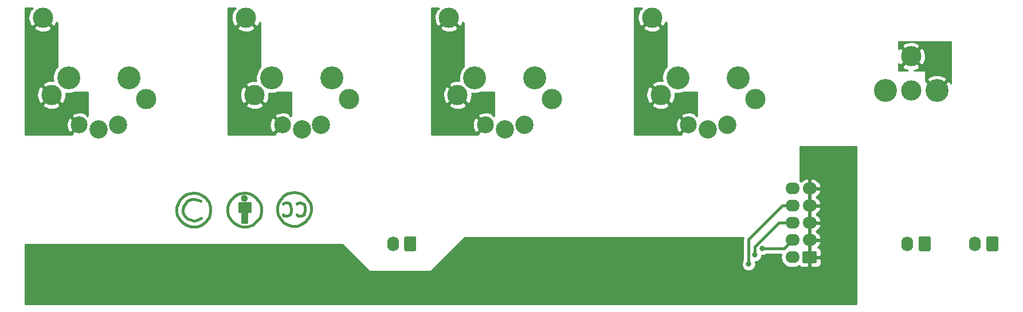
<source format=gbr>
G04 #@! TF.GenerationSoftware,KiCad,Pcbnew,5.1.4*
G04 #@! TF.CreationDate,2019-10-13T19:20:11-04:00*
G04 #@! TF.ProjectId,input_output_board,696e7075-745f-46f7-9574-7075745f626f,1*
G04 #@! TF.SameCoordinates,Original*
G04 #@! TF.FileFunction,Copper,L2,Bot*
G04 #@! TF.FilePolarity,Positive*
%FSLAX46Y46*%
G04 Gerber Fmt 4.6, Leading zero omitted, Abs format (unit mm)*
G04 Created by KiCad (PCBNEW 5.1.4) date 2019-10-13 19:20:11*
%MOMM*%
%LPD*%
G04 APERTURE LIST*
%ADD10C,0.381000*%
%ADD11C,3.000000*%
%ADD12C,3.400000*%
%ADD13C,2.700000*%
%ADD14C,2.500000*%
%ADD15O,1.740000X2.200000*%
%ADD16C,0.100000*%
%ADD17C,1.740000*%
%ADD18O,2.140000X1.740000*%
%ADD19C,0.800000*%
%ADD20C,0.406400*%
%ADD21C,0.254000*%
G04 APERTURE END LIST*
D10*
X84900560Y-132599700D02*
X85500000Y-132500640D01*
X84499240Y-132698760D02*
X84900560Y-132599700D01*
X83998860Y-133001020D02*
X84499240Y-132698760D01*
X83501020Y-133498860D02*
X83998860Y-133001020D01*
X83198760Y-133999240D02*
X83501020Y-133498860D01*
X83000640Y-134601220D02*
X83198760Y-133999240D01*
X83000640Y-135200660D02*
X83000640Y-134601220D01*
X83099700Y-135800100D02*
X83000640Y-135200660D01*
X83501020Y-136501140D02*
X83099700Y-135800100D01*
X83998860Y-136998980D02*
X83501020Y-136501140D01*
X84600840Y-137301240D02*
X83998860Y-136998980D01*
X85200280Y-137499360D02*
X84600840Y-137301240D01*
X86000380Y-137499360D02*
X85200280Y-137499360D01*
X86698880Y-137199640D02*
X86000380Y-137499360D01*
X87199260Y-136800860D02*
X86698880Y-137199640D01*
X87801240Y-136099820D02*
X87199260Y-136800860D01*
X87999360Y-135299720D02*
X87801240Y-136099820D01*
X87999360Y-134700280D02*
X87999360Y-135299720D01*
X87900300Y-134199900D02*
X87999360Y-134700280D01*
X87699640Y-133801120D02*
X87900300Y-134199900D01*
X87199260Y-133199140D02*
X87699640Y-133801120D01*
X86698880Y-132800360D02*
X87199260Y-133199140D01*
X86201040Y-132599700D02*
X86698880Y-132800360D01*
X85599060Y-132500640D02*
X86201040Y-132599700D01*
X85500000Y-132500640D02*
X85599060Y-132500640D01*
X85815666Y-133300740D02*
G75*
G03X85815666Y-133300740I-315666J0D01*
G01*
X86300100Y-135200660D02*
X86300100Y-133999240D01*
X84798960Y-135200660D02*
X86300100Y-135200660D01*
X84798960Y-133999240D02*
X84798960Y-135200660D01*
X86300100Y-133999240D02*
X84798960Y-133999240D01*
X85799720Y-136800860D02*
X85299340Y-136800860D01*
X85799720Y-135299720D02*
X85799720Y-136800860D01*
X85200280Y-136800860D02*
X85200280Y-135200660D01*
X85400940Y-136800860D02*
X85200280Y-136800860D01*
X85500000Y-135299720D02*
X85500000Y-136600200D01*
X86300100Y-134900940D02*
X84999620Y-134900940D01*
X84999620Y-134601220D02*
X86201040Y-134601220D01*
X86201040Y-134298960D02*
X84900560Y-134298960D01*
X85500000Y-133100080D02*
X85500000Y-133498860D01*
X77400560Y-132599700D02*
X78000000Y-132500640D01*
X76999240Y-132698760D02*
X77400560Y-132599700D01*
X76498860Y-133001020D02*
X76999240Y-132698760D01*
X76001020Y-133498860D02*
X76498860Y-133001020D01*
X75698760Y-133999240D02*
X76001020Y-133498860D01*
X75500640Y-134601220D02*
X75698760Y-133999240D01*
X75500640Y-135200660D02*
X75500640Y-134601220D01*
X75599700Y-135800100D02*
X75500640Y-135200660D01*
X76001020Y-136501140D02*
X75599700Y-135800100D01*
X76498860Y-136998980D02*
X76001020Y-136501140D01*
X77100840Y-137301240D02*
X76498860Y-136998980D01*
X77700280Y-137499360D02*
X77100840Y-137301240D01*
X78500380Y-137499360D02*
X77700280Y-137499360D01*
X79198880Y-137199640D02*
X78500380Y-137499360D01*
X79699260Y-136800860D02*
X79198880Y-137199640D01*
X80301240Y-136099820D02*
X79699260Y-136800860D01*
X80499360Y-135299720D02*
X80301240Y-136099820D01*
X80499360Y-134700280D02*
X80499360Y-135299720D01*
X80400300Y-134199900D02*
X80499360Y-134700280D01*
X80199640Y-133801120D02*
X80400300Y-134199900D01*
X79699260Y-133199140D02*
X80199640Y-133801120D01*
X79198880Y-132800360D02*
X79699260Y-133199140D01*
X78701040Y-132599700D02*
X79198880Y-132800360D01*
X78099060Y-132500640D02*
X78701040Y-132599700D01*
X78000000Y-132500640D02*
X78099060Y-132500640D01*
X78500380Y-133498860D02*
X79000760Y-133699520D01*
X78099060Y-133399800D02*
X78500380Y-133498860D01*
X77700280Y-133399800D02*
X78099060Y-133399800D01*
X77100840Y-133699520D02*
X77700280Y-133399800D01*
X76801120Y-133999240D02*
X77100840Y-133699520D01*
X76498860Y-134499620D02*
X76801120Y-133999240D01*
X76399800Y-135000000D02*
X76498860Y-134499620D01*
X76399800Y-135398780D02*
X76399800Y-135000000D01*
X76699520Y-135899160D02*
X76399800Y-135398780D01*
X77100840Y-136300480D02*
X76699520Y-135899160D01*
X77601220Y-136501140D02*
X77100840Y-136300480D01*
X78099060Y-136600200D02*
X77601220Y-136501140D01*
X78599440Y-136501140D02*
X78099060Y-136600200D01*
X79099820Y-136198880D02*
X78599440Y-136501140D01*
X92250560Y-132499700D02*
X92850000Y-132400640D01*
X91849240Y-132598760D02*
X92250560Y-132499700D01*
X91348860Y-132901020D02*
X91849240Y-132598760D01*
X90851020Y-133398860D02*
X91348860Y-132901020D01*
X90548760Y-133899240D02*
X90851020Y-133398860D01*
X90350640Y-134501220D02*
X90548760Y-133899240D01*
X90350640Y-135100660D02*
X90350640Y-134501220D01*
X90449700Y-135700100D02*
X90350640Y-135100660D01*
X90851020Y-136401140D02*
X90449700Y-135700100D01*
X91348860Y-136898980D02*
X90851020Y-136401140D01*
X91950840Y-137201240D02*
X91348860Y-136898980D01*
X92550280Y-137399360D02*
X91950840Y-137201240D01*
X93350380Y-137399360D02*
X92550280Y-137399360D01*
X94048880Y-137099640D02*
X93350380Y-137399360D01*
X94549260Y-136700860D02*
X94048880Y-137099640D01*
X95151240Y-135999820D02*
X94549260Y-136700860D01*
X95349360Y-135199720D02*
X95151240Y-135999820D01*
X95349360Y-134600280D02*
X95349360Y-135199720D01*
X95250300Y-134099900D02*
X95349360Y-134600280D01*
X95049640Y-133701120D02*
X95250300Y-134099900D01*
X94549260Y-133099140D02*
X95049640Y-133701120D01*
X94048880Y-132700360D02*
X94549260Y-133099140D01*
X93551040Y-132499700D02*
X94048880Y-132700360D01*
X92949060Y-132400640D02*
X93551040Y-132499700D01*
X92850000Y-132400640D02*
X92949060Y-132400640D01*
X93449440Y-135900760D02*
X93248780Y-135700100D01*
X93850760Y-135900760D02*
X93449440Y-135900760D01*
X94150480Y-135799160D02*
X93850760Y-135900760D01*
X94351140Y-135499440D02*
X94150480Y-135799160D01*
X94450200Y-134999060D02*
X94351140Y-135499440D01*
X94450200Y-134600280D02*
X94450200Y-134999060D01*
X94351140Y-134198960D02*
X94450200Y-134600280D01*
X94048880Y-134000840D02*
X94351140Y-134198960D01*
X93650100Y-133899240D02*
X94048880Y-134000840D01*
X93350380Y-134000840D02*
X93650100Y-133899240D01*
X93248780Y-134099900D02*
X93350380Y-134000840D01*
X91348860Y-135900760D02*
X91249800Y-135700100D01*
X91651120Y-135900760D02*
X91348860Y-135900760D01*
X91849240Y-135900760D02*
X91651120Y-135900760D01*
X92250560Y-135700100D02*
X91849240Y-135900760D01*
X92451220Y-135298780D02*
X92250560Y-135700100D01*
X92451220Y-134900000D02*
X92451220Y-135298780D01*
X92349620Y-134399620D02*
X92451220Y-134900000D01*
X92148960Y-134000840D02*
X92349620Y-134399620D01*
X91849240Y-133899240D02*
X92148960Y-134000840D01*
X91549520Y-133899240D02*
X91849240Y-133899240D01*
X91348860Y-134000840D02*
X91549520Y-133899240D01*
X91249800Y-134099900D02*
X91348860Y-134000840D01*
D11*
X183985000Y-112285000D03*
X183985000Y-117365000D03*
D12*
X187795000Y-117365000D03*
X180175000Y-117365000D03*
D11*
X145730000Y-106570000D03*
D12*
X149540000Y-115460000D03*
X158430000Y-115460000D03*
D13*
X156842500Y-122445000D03*
D14*
X151127500Y-122445000D03*
D13*
X153985000Y-123080000D03*
D11*
X160970000Y-118635000D03*
X147000000Y-118000000D03*
X115730000Y-106570000D03*
D12*
X119540000Y-115460000D03*
X128430000Y-115460000D03*
D13*
X126842500Y-122445000D03*
D14*
X121127500Y-122445000D03*
D13*
X123985000Y-123080000D03*
D11*
X130970000Y-118635000D03*
X117000000Y-118000000D03*
X85730000Y-106570000D03*
D12*
X89540000Y-115460000D03*
X98430000Y-115460000D03*
D13*
X96842500Y-122445000D03*
D14*
X91127500Y-122445000D03*
D13*
X93985000Y-123080000D03*
D11*
X100970000Y-118635000D03*
X87000000Y-118000000D03*
X55730000Y-106570000D03*
D12*
X59540000Y-115460000D03*
X68430000Y-115460000D03*
D13*
X66842500Y-122445000D03*
D14*
X61127500Y-122445000D03*
D13*
X63985000Y-123080000D03*
D11*
X70970000Y-118635000D03*
X57000000Y-118000000D03*
D15*
X193460000Y-140000000D03*
D16*
G36*
X196644505Y-138901204D02*
G01*
X196668773Y-138904804D01*
X196692572Y-138910765D01*
X196715671Y-138919030D01*
X196737850Y-138929520D01*
X196758893Y-138942132D01*
X196778599Y-138956747D01*
X196796777Y-138973223D01*
X196813253Y-138991401D01*
X196827868Y-139011107D01*
X196840480Y-139032150D01*
X196850970Y-139054329D01*
X196859235Y-139077428D01*
X196865196Y-139101227D01*
X196868796Y-139125495D01*
X196870000Y-139149999D01*
X196870000Y-140850001D01*
X196868796Y-140874505D01*
X196865196Y-140898773D01*
X196859235Y-140922572D01*
X196850970Y-140945671D01*
X196840480Y-140967850D01*
X196827868Y-140988893D01*
X196813253Y-141008599D01*
X196796777Y-141026777D01*
X196778599Y-141043253D01*
X196758893Y-141057868D01*
X196737850Y-141070480D01*
X196715671Y-141080970D01*
X196692572Y-141089235D01*
X196668773Y-141095196D01*
X196644505Y-141098796D01*
X196620001Y-141100000D01*
X195379999Y-141100000D01*
X195355495Y-141098796D01*
X195331227Y-141095196D01*
X195307428Y-141089235D01*
X195284329Y-141080970D01*
X195262150Y-141070480D01*
X195241107Y-141057868D01*
X195221401Y-141043253D01*
X195203223Y-141026777D01*
X195186747Y-141008599D01*
X195172132Y-140988893D01*
X195159520Y-140967850D01*
X195149030Y-140945671D01*
X195140765Y-140922572D01*
X195134804Y-140898773D01*
X195131204Y-140874505D01*
X195130000Y-140850001D01*
X195130000Y-139149999D01*
X195131204Y-139125495D01*
X195134804Y-139101227D01*
X195140765Y-139077428D01*
X195149030Y-139054329D01*
X195159520Y-139032150D01*
X195172132Y-139011107D01*
X195186747Y-138991401D01*
X195203223Y-138973223D01*
X195221401Y-138956747D01*
X195241107Y-138942132D01*
X195262150Y-138929520D01*
X195284329Y-138919030D01*
X195307428Y-138910765D01*
X195331227Y-138904804D01*
X195355495Y-138901204D01*
X195379999Y-138900000D01*
X196620001Y-138900000D01*
X196644505Y-138901204D01*
X196644505Y-138901204D01*
G37*
D17*
X196000000Y-140000000D03*
D15*
X183460000Y-140000000D03*
D16*
G36*
X186644505Y-138901204D02*
G01*
X186668773Y-138904804D01*
X186692572Y-138910765D01*
X186715671Y-138919030D01*
X186737850Y-138929520D01*
X186758893Y-138942132D01*
X186778599Y-138956747D01*
X186796777Y-138973223D01*
X186813253Y-138991401D01*
X186827868Y-139011107D01*
X186840480Y-139032150D01*
X186850970Y-139054329D01*
X186859235Y-139077428D01*
X186865196Y-139101227D01*
X186868796Y-139125495D01*
X186870000Y-139149999D01*
X186870000Y-140850001D01*
X186868796Y-140874505D01*
X186865196Y-140898773D01*
X186859235Y-140922572D01*
X186850970Y-140945671D01*
X186840480Y-140967850D01*
X186827868Y-140988893D01*
X186813253Y-141008599D01*
X186796777Y-141026777D01*
X186778599Y-141043253D01*
X186758893Y-141057868D01*
X186737850Y-141070480D01*
X186715671Y-141080970D01*
X186692572Y-141089235D01*
X186668773Y-141095196D01*
X186644505Y-141098796D01*
X186620001Y-141100000D01*
X185379999Y-141100000D01*
X185355495Y-141098796D01*
X185331227Y-141095196D01*
X185307428Y-141089235D01*
X185284329Y-141080970D01*
X185262150Y-141070480D01*
X185241107Y-141057868D01*
X185221401Y-141043253D01*
X185203223Y-141026777D01*
X185186747Y-141008599D01*
X185172132Y-140988893D01*
X185159520Y-140967850D01*
X185149030Y-140945671D01*
X185140765Y-140922572D01*
X185134804Y-140898773D01*
X185131204Y-140874505D01*
X185130000Y-140850001D01*
X185130000Y-139149999D01*
X185131204Y-139125495D01*
X185134804Y-139101227D01*
X185140765Y-139077428D01*
X185149030Y-139054329D01*
X185159520Y-139032150D01*
X185172132Y-139011107D01*
X185186747Y-138991401D01*
X185203223Y-138973223D01*
X185221401Y-138956747D01*
X185241107Y-138942132D01*
X185262150Y-138929520D01*
X185284329Y-138919030D01*
X185307428Y-138910765D01*
X185331227Y-138904804D01*
X185355495Y-138901204D01*
X185379999Y-138900000D01*
X186620001Y-138900000D01*
X186644505Y-138901204D01*
X186644505Y-138901204D01*
G37*
D17*
X186000000Y-140000000D03*
D16*
G36*
X110644505Y-138901204D02*
G01*
X110668773Y-138904804D01*
X110692572Y-138910765D01*
X110715671Y-138919030D01*
X110737850Y-138929520D01*
X110758893Y-138942132D01*
X110778599Y-138956747D01*
X110796777Y-138973223D01*
X110813253Y-138991401D01*
X110827868Y-139011107D01*
X110840480Y-139032150D01*
X110850970Y-139054329D01*
X110859235Y-139077428D01*
X110865196Y-139101227D01*
X110868796Y-139125495D01*
X110870000Y-139149999D01*
X110870000Y-140850001D01*
X110868796Y-140874505D01*
X110865196Y-140898773D01*
X110859235Y-140922572D01*
X110850970Y-140945671D01*
X110840480Y-140967850D01*
X110827868Y-140988893D01*
X110813253Y-141008599D01*
X110796777Y-141026777D01*
X110778599Y-141043253D01*
X110758893Y-141057868D01*
X110737850Y-141070480D01*
X110715671Y-141080970D01*
X110692572Y-141089235D01*
X110668773Y-141095196D01*
X110644505Y-141098796D01*
X110620001Y-141100000D01*
X109379999Y-141100000D01*
X109355495Y-141098796D01*
X109331227Y-141095196D01*
X109307428Y-141089235D01*
X109284329Y-141080970D01*
X109262150Y-141070480D01*
X109241107Y-141057868D01*
X109221401Y-141043253D01*
X109203223Y-141026777D01*
X109186747Y-141008599D01*
X109172132Y-140988893D01*
X109159520Y-140967850D01*
X109149030Y-140945671D01*
X109140765Y-140922572D01*
X109134804Y-140898773D01*
X109131204Y-140874505D01*
X109130000Y-140850001D01*
X109130000Y-139149999D01*
X109131204Y-139125495D01*
X109134804Y-139101227D01*
X109140765Y-139077428D01*
X109149030Y-139054329D01*
X109159520Y-139032150D01*
X109172132Y-139011107D01*
X109186747Y-138991401D01*
X109203223Y-138973223D01*
X109221401Y-138956747D01*
X109241107Y-138942132D01*
X109262150Y-138929520D01*
X109284329Y-138919030D01*
X109307428Y-138910765D01*
X109331227Y-138904804D01*
X109355495Y-138901204D01*
X109379999Y-138900000D01*
X110620001Y-138900000D01*
X110644505Y-138901204D01*
X110644505Y-138901204D01*
G37*
D17*
X110000000Y-140000000D03*
D15*
X107460000Y-140000000D03*
D18*
X166460000Y-131840000D03*
X166460000Y-134380000D03*
X166460000Y-136920000D03*
X166460000Y-139460000D03*
X166460000Y-142000000D03*
X169000000Y-131840000D03*
X169000000Y-134380000D03*
X169000000Y-136920000D03*
X169000000Y-139460000D03*
D16*
G36*
X169844505Y-141131204D02*
G01*
X169868773Y-141134804D01*
X169892572Y-141140765D01*
X169915671Y-141149030D01*
X169937850Y-141159520D01*
X169958893Y-141172132D01*
X169978599Y-141186747D01*
X169996777Y-141203223D01*
X170013253Y-141221401D01*
X170027868Y-141241107D01*
X170040480Y-141262150D01*
X170050970Y-141284329D01*
X170059235Y-141307428D01*
X170065196Y-141331227D01*
X170068796Y-141355495D01*
X170070000Y-141379999D01*
X170070000Y-142620001D01*
X170068796Y-142644505D01*
X170065196Y-142668773D01*
X170059235Y-142692572D01*
X170050970Y-142715671D01*
X170040480Y-142737850D01*
X170027868Y-142758893D01*
X170013253Y-142778599D01*
X169996777Y-142796777D01*
X169978599Y-142813253D01*
X169958893Y-142827868D01*
X169937850Y-142840480D01*
X169915671Y-142850970D01*
X169892572Y-142859235D01*
X169868773Y-142865196D01*
X169844505Y-142868796D01*
X169820001Y-142870000D01*
X168179999Y-142870000D01*
X168155495Y-142868796D01*
X168131227Y-142865196D01*
X168107428Y-142859235D01*
X168084329Y-142850970D01*
X168062150Y-142840480D01*
X168041107Y-142827868D01*
X168021401Y-142813253D01*
X168003223Y-142796777D01*
X167986747Y-142778599D01*
X167972132Y-142758893D01*
X167959520Y-142737850D01*
X167949030Y-142715671D01*
X167940765Y-142692572D01*
X167934804Y-142668773D01*
X167931204Y-142644505D01*
X167930000Y-142620001D01*
X167930000Y-141379999D01*
X167931204Y-141355495D01*
X167934804Y-141331227D01*
X167940765Y-141307428D01*
X167949030Y-141284329D01*
X167959520Y-141262150D01*
X167972132Y-141241107D01*
X167986747Y-141221401D01*
X168003223Y-141203223D01*
X168021401Y-141186747D01*
X168041107Y-141172132D01*
X168062150Y-141159520D01*
X168084329Y-141149030D01*
X168107428Y-141140765D01*
X168131227Y-141134804D01*
X168155495Y-141131204D01*
X168179999Y-141130000D01*
X169820001Y-141130000D01*
X169844505Y-141131204D01*
X169844505Y-141131204D01*
G37*
D17*
X169000000Y-142000000D03*
D19*
X162023070Y-140695367D03*
X160908010Y-141637692D03*
X160000000Y-143000000D03*
X59500000Y-146500000D03*
X89500000Y-146500000D03*
X119500000Y-146500000D03*
X149500000Y-146500000D03*
X173990000Y-128270000D03*
D20*
X162024633Y-140695367D02*
X162023070Y-140695367D01*
X165224633Y-140695367D02*
X166460000Y-139460000D01*
X162023070Y-140695367D02*
X165224633Y-140695367D01*
X166460000Y-136460000D02*
X166260000Y-136460000D01*
X164454595Y-136920000D02*
X166460000Y-136920000D01*
X160908010Y-141637692D02*
X160908010Y-140466585D01*
X160908010Y-140466585D02*
X164454595Y-136920000D01*
X166460000Y-133920000D02*
X166260000Y-133920000D01*
X160000000Y-139363600D02*
X164983600Y-134380000D01*
X164983600Y-134380000D02*
X166460000Y-134380000D01*
X160000000Y-143000000D02*
X160000000Y-139363600D01*
X169460000Y-136460000D02*
X169260000Y-136460000D01*
X169460000Y-133920000D02*
X169260000Y-133920000D01*
X169460000Y-131380000D02*
X169260000Y-131380000D01*
X166460000Y-131380000D02*
X166260000Y-131380000D01*
D21*
G36*
X175873000Y-148873000D02*
G01*
X53127000Y-148873000D01*
X53127000Y-140127000D01*
X99947394Y-140127000D01*
X103910197Y-144089803D01*
X103929443Y-144105597D01*
X103951399Y-144117333D01*
X103975224Y-144124560D01*
X104000000Y-144127000D01*
X113000000Y-144127000D01*
X113024776Y-144124560D01*
X113048601Y-144117333D01*
X113070557Y-144105597D01*
X113089803Y-144089803D01*
X118052606Y-139127000D01*
X159195856Y-139127000D01*
X159173929Y-139199285D01*
X159157746Y-139363600D01*
X159161801Y-139404772D01*
X159161800Y-142391504D01*
X159082795Y-142509744D01*
X159004774Y-142698102D01*
X158965000Y-142898061D01*
X158965000Y-143101939D01*
X159004774Y-143301898D01*
X159082795Y-143490256D01*
X159196063Y-143659774D01*
X159340226Y-143803937D01*
X159509744Y-143917205D01*
X159698102Y-143995226D01*
X159898061Y-144035000D01*
X160101939Y-144035000D01*
X160301898Y-143995226D01*
X160490256Y-143917205D01*
X160659774Y-143803937D01*
X160803937Y-143659774D01*
X160917205Y-143490256D01*
X160995226Y-143301898D01*
X161035000Y-143101939D01*
X161035000Y-142898061D01*
X160995226Y-142698102D01*
X160984701Y-142672692D01*
X161009949Y-142672692D01*
X161209908Y-142632918D01*
X161398266Y-142554897D01*
X161567784Y-142441629D01*
X161711947Y-142297466D01*
X161825215Y-142127948D01*
X161903236Y-141939590D01*
X161943010Y-141739631D01*
X161943010Y-141730367D01*
X162125009Y-141730367D01*
X162324968Y-141690593D01*
X162513326Y-141612572D01*
X162631566Y-141533567D01*
X164828770Y-141533567D01*
X164776776Y-141704968D01*
X164747718Y-142000000D01*
X164776776Y-142295032D01*
X164862834Y-142578725D01*
X165002583Y-142840179D01*
X165190655Y-143069345D01*
X165419821Y-143257417D01*
X165681275Y-143397166D01*
X165964968Y-143483224D01*
X166186064Y-143505000D01*
X166733936Y-143505000D01*
X166955032Y-143483224D01*
X167238725Y-143397166D01*
X167448953Y-143284798D01*
X167478815Y-143321185D01*
X167575506Y-143400537D01*
X167685820Y-143459502D01*
X167805518Y-143495812D01*
X167930000Y-143508072D01*
X168714250Y-143505000D01*
X168873000Y-143346250D01*
X168873000Y-142127000D01*
X169127000Y-142127000D01*
X169127000Y-143346250D01*
X169285750Y-143505000D01*
X170070000Y-143508072D01*
X170194482Y-143495812D01*
X170314180Y-143459502D01*
X170424494Y-143400537D01*
X170521185Y-143321185D01*
X170600537Y-143224494D01*
X170659502Y-143114180D01*
X170695812Y-142994482D01*
X170708072Y-142870000D01*
X170705000Y-142285750D01*
X170546250Y-142127000D01*
X169127000Y-142127000D01*
X168873000Y-142127000D01*
X168853000Y-142127000D01*
X168853000Y-141873000D01*
X168873000Y-141873000D01*
X168873000Y-139587000D01*
X169127000Y-139587000D01*
X169127000Y-141873000D01*
X170546250Y-141873000D01*
X170705000Y-141714250D01*
X170708072Y-141130000D01*
X170695812Y-141005518D01*
X170659502Y-140885820D01*
X170600537Y-140775506D01*
X170521185Y-140678815D01*
X170424494Y-140599463D01*
X170314180Y-140540498D01*
X170260803Y-140524306D01*
X170377150Y-140405482D01*
X170538986Y-140157664D01*
X170649365Y-139883035D01*
X170661302Y-139820031D01*
X170540246Y-139587000D01*
X169127000Y-139587000D01*
X168873000Y-139587000D01*
X168853000Y-139587000D01*
X168853000Y-139333000D01*
X168873000Y-139333000D01*
X168873000Y-137047000D01*
X169127000Y-137047000D01*
X169127000Y-139333000D01*
X170540246Y-139333000D01*
X170661302Y-139099969D01*
X170649365Y-139036965D01*
X170538986Y-138762336D01*
X170377150Y-138514518D01*
X170170077Y-138303035D01*
X170004708Y-138190000D01*
X170170077Y-138076965D01*
X170377150Y-137865482D01*
X170538986Y-137617664D01*
X170649365Y-137343035D01*
X170661302Y-137280031D01*
X170540246Y-137047000D01*
X169127000Y-137047000D01*
X168873000Y-137047000D01*
X168853000Y-137047000D01*
X168853000Y-136793000D01*
X168873000Y-136793000D01*
X168873000Y-134507000D01*
X169127000Y-134507000D01*
X169127000Y-136793000D01*
X170540246Y-136793000D01*
X170661302Y-136559969D01*
X170649365Y-136496965D01*
X170538986Y-136222336D01*
X170377150Y-135974518D01*
X170170077Y-135763035D01*
X170004708Y-135650000D01*
X170170077Y-135536965D01*
X170377150Y-135325482D01*
X170538986Y-135077664D01*
X170649365Y-134803035D01*
X170661302Y-134740031D01*
X170540246Y-134507000D01*
X169127000Y-134507000D01*
X168873000Y-134507000D01*
X168853000Y-134507000D01*
X168853000Y-134253000D01*
X168873000Y-134253000D01*
X168873000Y-131967000D01*
X169127000Y-131967000D01*
X169127000Y-134253000D01*
X170540246Y-134253000D01*
X170661302Y-134019969D01*
X170649365Y-133956965D01*
X170538986Y-133682336D01*
X170377150Y-133434518D01*
X170170077Y-133223035D01*
X170004708Y-133110000D01*
X170170077Y-132996965D01*
X170377150Y-132785482D01*
X170538986Y-132537664D01*
X170649365Y-132263035D01*
X170661302Y-132200031D01*
X170540246Y-131967000D01*
X169127000Y-131967000D01*
X168873000Y-131967000D01*
X168853000Y-131967000D01*
X168853000Y-131713000D01*
X168873000Y-131713000D01*
X168873000Y-130490676D01*
X169127000Y-130490676D01*
X169127000Y-131713000D01*
X170540246Y-131713000D01*
X170661302Y-131479969D01*
X170649365Y-131416965D01*
X170538986Y-131142336D01*
X170377150Y-130894518D01*
X170170077Y-130683035D01*
X169925725Y-130516013D01*
X169653483Y-130399871D01*
X169363814Y-130339073D01*
X169127000Y-130490676D01*
X168873000Y-130490676D01*
X168636186Y-130339073D01*
X168346517Y-130399871D01*
X168074275Y-130516013D01*
X167829923Y-130683035D01*
X167736087Y-130778870D01*
X167729345Y-130770655D01*
X167627000Y-130686662D01*
X167627000Y-125627000D01*
X175873000Y-125627000D01*
X175873000Y-148873000D01*
X175873000Y-148873000D01*
G37*
X175873000Y-148873000D02*
X53127000Y-148873000D01*
X53127000Y-140127000D01*
X99947394Y-140127000D01*
X103910197Y-144089803D01*
X103929443Y-144105597D01*
X103951399Y-144117333D01*
X103975224Y-144124560D01*
X104000000Y-144127000D01*
X113000000Y-144127000D01*
X113024776Y-144124560D01*
X113048601Y-144117333D01*
X113070557Y-144105597D01*
X113089803Y-144089803D01*
X118052606Y-139127000D01*
X159195856Y-139127000D01*
X159173929Y-139199285D01*
X159157746Y-139363600D01*
X159161801Y-139404772D01*
X159161800Y-142391504D01*
X159082795Y-142509744D01*
X159004774Y-142698102D01*
X158965000Y-142898061D01*
X158965000Y-143101939D01*
X159004774Y-143301898D01*
X159082795Y-143490256D01*
X159196063Y-143659774D01*
X159340226Y-143803937D01*
X159509744Y-143917205D01*
X159698102Y-143995226D01*
X159898061Y-144035000D01*
X160101939Y-144035000D01*
X160301898Y-143995226D01*
X160490256Y-143917205D01*
X160659774Y-143803937D01*
X160803937Y-143659774D01*
X160917205Y-143490256D01*
X160995226Y-143301898D01*
X161035000Y-143101939D01*
X161035000Y-142898061D01*
X160995226Y-142698102D01*
X160984701Y-142672692D01*
X161009949Y-142672692D01*
X161209908Y-142632918D01*
X161398266Y-142554897D01*
X161567784Y-142441629D01*
X161711947Y-142297466D01*
X161825215Y-142127948D01*
X161903236Y-141939590D01*
X161943010Y-141739631D01*
X161943010Y-141730367D01*
X162125009Y-141730367D01*
X162324968Y-141690593D01*
X162513326Y-141612572D01*
X162631566Y-141533567D01*
X164828770Y-141533567D01*
X164776776Y-141704968D01*
X164747718Y-142000000D01*
X164776776Y-142295032D01*
X164862834Y-142578725D01*
X165002583Y-142840179D01*
X165190655Y-143069345D01*
X165419821Y-143257417D01*
X165681275Y-143397166D01*
X165964968Y-143483224D01*
X166186064Y-143505000D01*
X166733936Y-143505000D01*
X166955032Y-143483224D01*
X167238725Y-143397166D01*
X167448953Y-143284798D01*
X167478815Y-143321185D01*
X167575506Y-143400537D01*
X167685820Y-143459502D01*
X167805518Y-143495812D01*
X167930000Y-143508072D01*
X168714250Y-143505000D01*
X168873000Y-143346250D01*
X168873000Y-142127000D01*
X169127000Y-142127000D01*
X169127000Y-143346250D01*
X169285750Y-143505000D01*
X170070000Y-143508072D01*
X170194482Y-143495812D01*
X170314180Y-143459502D01*
X170424494Y-143400537D01*
X170521185Y-143321185D01*
X170600537Y-143224494D01*
X170659502Y-143114180D01*
X170695812Y-142994482D01*
X170708072Y-142870000D01*
X170705000Y-142285750D01*
X170546250Y-142127000D01*
X169127000Y-142127000D01*
X168873000Y-142127000D01*
X168853000Y-142127000D01*
X168853000Y-141873000D01*
X168873000Y-141873000D01*
X168873000Y-139587000D01*
X169127000Y-139587000D01*
X169127000Y-141873000D01*
X170546250Y-141873000D01*
X170705000Y-141714250D01*
X170708072Y-141130000D01*
X170695812Y-141005518D01*
X170659502Y-140885820D01*
X170600537Y-140775506D01*
X170521185Y-140678815D01*
X170424494Y-140599463D01*
X170314180Y-140540498D01*
X170260803Y-140524306D01*
X170377150Y-140405482D01*
X170538986Y-140157664D01*
X170649365Y-139883035D01*
X170661302Y-139820031D01*
X170540246Y-139587000D01*
X169127000Y-139587000D01*
X168873000Y-139587000D01*
X168853000Y-139587000D01*
X168853000Y-139333000D01*
X168873000Y-139333000D01*
X168873000Y-137047000D01*
X169127000Y-137047000D01*
X169127000Y-139333000D01*
X170540246Y-139333000D01*
X170661302Y-139099969D01*
X170649365Y-139036965D01*
X170538986Y-138762336D01*
X170377150Y-138514518D01*
X170170077Y-138303035D01*
X170004708Y-138190000D01*
X170170077Y-138076965D01*
X170377150Y-137865482D01*
X170538986Y-137617664D01*
X170649365Y-137343035D01*
X170661302Y-137280031D01*
X170540246Y-137047000D01*
X169127000Y-137047000D01*
X168873000Y-137047000D01*
X168853000Y-137047000D01*
X168853000Y-136793000D01*
X168873000Y-136793000D01*
X168873000Y-134507000D01*
X169127000Y-134507000D01*
X169127000Y-136793000D01*
X170540246Y-136793000D01*
X170661302Y-136559969D01*
X170649365Y-136496965D01*
X170538986Y-136222336D01*
X170377150Y-135974518D01*
X170170077Y-135763035D01*
X170004708Y-135650000D01*
X170170077Y-135536965D01*
X170377150Y-135325482D01*
X170538986Y-135077664D01*
X170649365Y-134803035D01*
X170661302Y-134740031D01*
X170540246Y-134507000D01*
X169127000Y-134507000D01*
X168873000Y-134507000D01*
X168853000Y-134507000D01*
X168853000Y-134253000D01*
X168873000Y-134253000D01*
X168873000Y-131967000D01*
X169127000Y-131967000D01*
X169127000Y-134253000D01*
X170540246Y-134253000D01*
X170661302Y-134019969D01*
X170649365Y-133956965D01*
X170538986Y-133682336D01*
X170377150Y-133434518D01*
X170170077Y-133223035D01*
X170004708Y-133110000D01*
X170170077Y-132996965D01*
X170377150Y-132785482D01*
X170538986Y-132537664D01*
X170649365Y-132263035D01*
X170661302Y-132200031D01*
X170540246Y-131967000D01*
X169127000Y-131967000D01*
X168873000Y-131967000D01*
X168853000Y-131967000D01*
X168853000Y-131713000D01*
X168873000Y-131713000D01*
X168873000Y-130490676D01*
X169127000Y-130490676D01*
X169127000Y-131713000D01*
X170540246Y-131713000D01*
X170661302Y-131479969D01*
X170649365Y-131416965D01*
X170538986Y-131142336D01*
X170377150Y-130894518D01*
X170170077Y-130683035D01*
X169925725Y-130516013D01*
X169653483Y-130399871D01*
X169363814Y-130339073D01*
X169127000Y-130490676D01*
X168873000Y-130490676D01*
X168636186Y-130339073D01*
X168346517Y-130399871D01*
X168074275Y-130516013D01*
X167829923Y-130683035D01*
X167736087Y-130778870D01*
X167729345Y-130770655D01*
X167627000Y-130686662D01*
X167627000Y-125627000D01*
X175873000Y-125627000D01*
X175873000Y-148873000D01*
G36*
X54123653Y-105143261D02*
G01*
X54238345Y-105257953D01*
X53922786Y-105413962D01*
X53731980Y-105788745D01*
X53617956Y-106193551D01*
X53585098Y-106612824D01*
X53634666Y-107030451D01*
X53764757Y-107430383D01*
X53922786Y-107726038D01*
X54238347Y-107882048D01*
X55550395Y-106570000D01*
X55536253Y-106555858D01*
X55715858Y-106376253D01*
X55730000Y-106390395D01*
X55744143Y-106376253D01*
X55923748Y-106555858D01*
X55909605Y-106570000D01*
X57221653Y-107882048D01*
X57537214Y-107726038D01*
X57728020Y-107351255D01*
X57750096Y-107272881D01*
X57851426Y-107314853D01*
X57873000Y-107319144D01*
X57873000Y-113824811D01*
X57726287Y-113971524D01*
X57470750Y-114353963D01*
X57294733Y-114778906D01*
X57205000Y-115230023D01*
X57205000Y-115689977D01*
X57242289Y-115877442D01*
X56957176Y-115855098D01*
X56539549Y-115904666D01*
X56139617Y-116034757D01*
X55843962Y-116192786D01*
X55687952Y-116508347D01*
X57000000Y-117820395D01*
X57014143Y-117806253D01*
X57193748Y-117985858D01*
X57179605Y-118000000D01*
X58491653Y-119312048D01*
X58807214Y-119156038D01*
X58998020Y-118781255D01*
X59112044Y-118376449D01*
X59144902Y-117957176D01*
X59121195Y-117757440D01*
X59310023Y-117795000D01*
X59769977Y-117795000D01*
X60221094Y-117705267D01*
X60410047Y-117627000D01*
X62373000Y-117627000D01*
X62373000Y-121019892D01*
X62261499Y-121131393D01*
X62135586Y-120841423D01*
X61803374Y-120675567D01*
X61445188Y-120577710D01*
X61074794Y-120551611D01*
X60706425Y-120598275D01*
X60354238Y-120715906D01*
X60119414Y-120841423D01*
X59993500Y-121131395D01*
X61127500Y-122265395D01*
X61141643Y-122251253D01*
X61321248Y-122430858D01*
X61307105Y-122445000D01*
X61321248Y-122459143D01*
X61141643Y-122638748D01*
X61127500Y-122624605D01*
X59993500Y-123758605D01*
X60043174Y-123873000D01*
X53127000Y-123873000D01*
X53127000Y-122497706D01*
X59234111Y-122497706D01*
X59280775Y-122866075D01*
X59398406Y-123218262D01*
X59523923Y-123453086D01*
X59813895Y-123579000D01*
X60947895Y-122445000D01*
X59813895Y-121311000D01*
X59523923Y-121436914D01*
X59358067Y-121769126D01*
X59260210Y-122127312D01*
X59234111Y-122497706D01*
X53127000Y-122497706D01*
X53127000Y-119491653D01*
X55687952Y-119491653D01*
X55843962Y-119807214D01*
X56218745Y-119998020D01*
X56623551Y-120112044D01*
X57042824Y-120144902D01*
X57460451Y-120095334D01*
X57860383Y-119965243D01*
X58156038Y-119807214D01*
X58312048Y-119491653D01*
X57000000Y-118179605D01*
X55687952Y-119491653D01*
X53127000Y-119491653D01*
X53127000Y-118042824D01*
X54855098Y-118042824D01*
X54904666Y-118460451D01*
X55034757Y-118860383D01*
X55192786Y-119156038D01*
X55508347Y-119312048D01*
X56820395Y-118000000D01*
X55508347Y-116687952D01*
X55192786Y-116843962D01*
X55001980Y-117218745D01*
X54887956Y-117623551D01*
X54855098Y-118042824D01*
X53127000Y-118042824D01*
X53127000Y-108061653D01*
X54417952Y-108061653D01*
X54573962Y-108377214D01*
X54948745Y-108568020D01*
X55353551Y-108682044D01*
X55772824Y-108714902D01*
X56190451Y-108665334D01*
X56590383Y-108535243D01*
X56886038Y-108377214D01*
X57042048Y-108061653D01*
X55730000Y-106749605D01*
X54417952Y-108061653D01*
X53127000Y-108061653D01*
X53127000Y-105127000D01*
X54139914Y-105127000D01*
X54123653Y-105143261D01*
X54123653Y-105143261D01*
G37*
X54123653Y-105143261D02*
X54238345Y-105257953D01*
X53922786Y-105413962D01*
X53731980Y-105788745D01*
X53617956Y-106193551D01*
X53585098Y-106612824D01*
X53634666Y-107030451D01*
X53764757Y-107430383D01*
X53922786Y-107726038D01*
X54238347Y-107882048D01*
X55550395Y-106570000D01*
X55536253Y-106555858D01*
X55715858Y-106376253D01*
X55730000Y-106390395D01*
X55744143Y-106376253D01*
X55923748Y-106555858D01*
X55909605Y-106570000D01*
X57221653Y-107882048D01*
X57537214Y-107726038D01*
X57728020Y-107351255D01*
X57750096Y-107272881D01*
X57851426Y-107314853D01*
X57873000Y-107319144D01*
X57873000Y-113824811D01*
X57726287Y-113971524D01*
X57470750Y-114353963D01*
X57294733Y-114778906D01*
X57205000Y-115230023D01*
X57205000Y-115689977D01*
X57242289Y-115877442D01*
X56957176Y-115855098D01*
X56539549Y-115904666D01*
X56139617Y-116034757D01*
X55843962Y-116192786D01*
X55687952Y-116508347D01*
X57000000Y-117820395D01*
X57014143Y-117806253D01*
X57193748Y-117985858D01*
X57179605Y-118000000D01*
X58491653Y-119312048D01*
X58807214Y-119156038D01*
X58998020Y-118781255D01*
X59112044Y-118376449D01*
X59144902Y-117957176D01*
X59121195Y-117757440D01*
X59310023Y-117795000D01*
X59769977Y-117795000D01*
X60221094Y-117705267D01*
X60410047Y-117627000D01*
X62373000Y-117627000D01*
X62373000Y-121019892D01*
X62261499Y-121131393D01*
X62135586Y-120841423D01*
X61803374Y-120675567D01*
X61445188Y-120577710D01*
X61074794Y-120551611D01*
X60706425Y-120598275D01*
X60354238Y-120715906D01*
X60119414Y-120841423D01*
X59993500Y-121131395D01*
X61127500Y-122265395D01*
X61141643Y-122251253D01*
X61321248Y-122430858D01*
X61307105Y-122445000D01*
X61321248Y-122459143D01*
X61141643Y-122638748D01*
X61127500Y-122624605D01*
X59993500Y-123758605D01*
X60043174Y-123873000D01*
X53127000Y-123873000D01*
X53127000Y-122497706D01*
X59234111Y-122497706D01*
X59280775Y-122866075D01*
X59398406Y-123218262D01*
X59523923Y-123453086D01*
X59813895Y-123579000D01*
X60947895Y-122445000D01*
X59813895Y-121311000D01*
X59523923Y-121436914D01*
X59358067Y-121769126D01*
X59260210Y-122127312D01*
X59234111Y-122497706D01*
X53127000Y-122497706D01*
X53127000Y-119491653D01*
X55687952Y-119491653D01*
X55843962Y-119807214D01*
X56218745Y-119998020D01*
X56623551Y-120112044D01*
X57042824Y-120144902D01*
X57460451Y-120095334D01*
X57860383Y-119965243D01*
X58156038Y-119807214D01*
X58312048Y-119491653D01*
X57000000Y-118179605D01*
X55687952Y-119491653D01*
X53127000Y-119491653D01*
X53127000Y-118042824D01*
X54855098Y-118042824D01*
X54904666Y-118460451D01*
X55034757Y-118860383D01*
X55192786Y-119156038D01*
X55508347Y-119312048D01*
X56820395Y-118000000D01*
X55508347Y-116687952D01*
X55192786Y-116843962D01*
X55001980Y-117218745D01*
X54887956Y-117623551D01*
X54855098Y-118042824D01*
X53127000Y-118042824D01*
X53127000Y-108061653D01*
X54417952Y-108061653D01*
X54573962Y-108377214D01*
X54948745Y-108568020D01*
X55353551Y-108682044D01*
X55772824Y-108714902D01*
X56190451Y-108665334D01*
X56590383Y-108535243D01*
X56886038Y-108377214D01*
X57042048Y-108061653D01*
X55730000Y-106749605D01*
X54417952Y-108061653D01*
X53127000Y-108061653D01*
X53127000Y-105127000D01*
X54139914Y-105127000D01*
X54123653Y-105143261D01*
G36*
X84123653Y-105143261D02*
G01*
X84238345Y-105257953D01*
X83922786Y-105413962D01*
X83731980Y-105788745D01*
X83617956Y-106193551D01*
X83585098Y-106612824D01*
X83634666Y-107030451D01*
X83764757Y-107430383D01*
X83922786Y-107726038D01*
X84238347Y-107882048D01*
X85550395Y-106570000D01*
X85536253Y-106555858D01*
X85715858Y-106376253D01*
X85730000Y-106390395D01*
X85744143Y-106376253D01*
X85923748Y-106555858D01*
X85909605Y-106570000D01*
X87221653Y-107882048D01*
X87537214Y-107726038D01*
X87728020Y-107351255D01*
X87750096Y-107272881D01*
X87851426Y-107314853D01*
X87873000Y-107319144D01*
X87873000Y-113824811D01*
X87726287Y-113971524D01*
X87470750Y-114353963D01*
X87294733Y-114778906D01*
X87205000Y-115230023D01*
X87205000Y-115689977D01*
X87242289Y-115877442D01*
X86957176Y-115855098D01*
X86539549Y-115904666D01*
X86139617Y-116034757D01*
X85843962Y-116192786D01*
X85687952Y-116508347D01*
X87000000Y-117820395D01*
X87014143Y-117806253D01*
X87193748Y-117985858D01*
X87179605Y-118000000D01*
X88491653Y-119312048D01*
X88807214Y-119156038D01*
X88998020Y-118781255D01*
X89112044Y-118376449D01*
X89144902Y-117957176D01*
X89121195Y-117757440D01*
X89310023Y-117795000D01*
X89769977Y-117795000D01*
X90221094Y-117705267D01*
X90410047Y-117627000D01*
X92373000Y-117627000D01*
X92373000Y-121019892D01*
X92261499Y-121131393D01*
X92135586Y-120841423D01*
X91803374Y-120675567D01*
X91445188Y-120577710D01*
X91074794Y-120551611D01*
X90706425Y-120598275D01*
X90354238Y-120715906D01*
X90119414Y-120841423D01*
X89993500Y-121131395D01*
X91127500Y-122265395D01*
X91141643Y-122251253D01*
X91321248Y-122430858D01*
X91307105Y-122445000D01*
X91321248Y-122459143D01*
X91141643Y-122638748D01*
X91127500Y-122624605D01*
X89993500Y-123758605D01*
X90043174Y-123873000D01*
X83127000Y-123873000D01*
X83127000Y-122497706D01*
X89234111Y-122497706D01*
X89280775Y-122866075D01*
X89398406Y-123218262D01*
X89523923Y-123453086D01*
X89813895Y-123579000D01*
X90947895Y-122445000D01*
X89813895Y-121311000D01*
X89523923Y-121436914D01*
X89358067Y-121769126D01*
X89260210Y-122127312D01*
X89234111Y-122497706D01*
X83127000Y-122497706D01*
X83127000Y-119491653D01*
X85687952Y-119491653D01*
X85843962Y-119807214D01*
X86218745Y-119998020D01*
X86623551Y-120112044D01*
X87042824Y-120144902D01*
X87460451Y-120095334D01*
X87860383Y-119965243D01*
X88156038Y-119807214D01*
X88312048Y-119491653D01*
X87000000Y-118179605D01*
X85687952Y-119491653D01*
X83127000Y-119491653D01*
X83127000Y-118042824D01*
X84855098Y-118042824D01*
X84904666Y-118460451D01*
X85034757Y-118860383D01*
X85192786Y-119156038D01*
X85508347Y-119312048D01*
X86820395Y-118000000D01*
X85508347Y-116687952D01*
X85192786Y-116843962D01*
X85001980Y-117218745D01*
X84887956Y-117623551D01*
X84855098Y-118042824D01*
X83127000Y-118042824D01*
X83127000Y-108061653D01*
X84417952Y-108061653D01*
X84573962Y-108377214D01*
X84948745Y-108568020D01*
X85353551Y-108682044D01*
X85772824Y-108714902D01*
X86190451Y-108665334D01*
X86590383Y-108535243D01*
X86886038Y-108377214D01*
X87042048Y-108061653D01*
X85730000Y-106749605D01*
X84417952Y-108061653D01*
X83127000Y-108061653D01*
X83127000Y-105127000D01*
X84139914Y-105127000D01*
X84123653Y-105143261D01*
X84123653Y-105143261D01*
G37*
X84123653Y-105143261D02*
X84238345Y-105257953D01*
X83922786Y-105413962D01*
X83731980Y-105788745D01*
X83617956Y-106193551D01*
X83585098Y-106612824D01*
X83634666Y-107030451D01*
X83764757Y-107430383D01*
X83922786Y-107726038D01*
X84238347Y-107882048D01*
X85550395Y-106570000D01*
X85536253Y-106555858D01*
X85715858Y-106376253D01*
X85730000Y-106390395D01*
X85744143Y-106376253D01*
X85923748Y-106555858D01*
X85909605Y-106570000D01*
X87221653Y-107882048D01*
X87537214Y-107726038D01*
X87728020Y-107351255D01*
X87750096Y-107272881D01*
X87851426Y-107314853D01*
X87873000Y-107319144D01*
X87873000Y-113824811D01*
X87726287Y-113971524D01*
X87470750Y-114353963D01*
X87294733Y-114778906D01*
X87205000Y-115230023D01*
X87205000Y-115689977D01*
X87242289Y-115877442D01*
X86957176Y-115855098D01*
X86539549Y-115904666D01*
X86139617Y-116034757D01*
X85843962Y-116192786D01*
X85687952Y-116508347D01*
X87000000Y-117820395D01*
X87014143Y-117806253D01*
X87193748Y-117985858D01*
X87179605Y-118000000D01*
X88491653Y-119312048D01*
X88807214Y-119156038D01*
X88998020Y-118781255D01*
X89112044Y-118376449D01*
X89144902Y-117957176D01*
X89121195Y-117757440D01*
X89310023Y-117795000D01*
X89769977Y-117795000D01*
X90221094Y-117705267D01*
X90410047Y-117627000D01*
X92373000Y-117627000D01*
X92373000Y-121019892D01*
X92261499Y-121131393D01*
X92135586Y-120841423D01*
X91803374Y-120675567D01*
X91445188Y-120577710D01*
X91074794Y-120551611D01*
X90706425Y-120598275D01*
X90354238Y-120715906D01*
X90119414Y-120841423D01*
X89993500Y-121131395D01*
X91127500Y-122265395D01*
X91141643Y-122251253D01*
X91321248Y-122430858D01*
X91307105Y-122445000D01*
X91321248Y-122459143D01*
X91141643Y-122638748D01*
X91127500Y-122624605D01*
X89993500Y-123758605D01*
X90043174Y-123873000D01*
X83127000Y-123873000D01*
X83127000Y-122497706D01*
X89234111Y-122497706D01*
X89280775Y-122866075D01*
X89398406Y-123218262D01*
X89523923Y-123453086D01*
X89813895Y-123579000D01*
X90947895Y-122445000D01*
X89813895Y-121311000D01*
X89523923Y-121436914D01*
X89358067Y-121769126D01*
X89260210Y-122127312D01*
X89234111Y-122497706D01*
X83127000Y-122497706D01*
X83127000Y-119491653D01*
X85687952Y-119491653D01*
X85843962Y-119807214D01*
X86218745Y-119998020D01*
X86623551Y-120112044D01*
X87042824Y-120144902D01*
X87460451Y-120095334D01*
X87860383Y-119965243D01*
X88156038Y-119807214D01*
X88312048Y-119491653D01*
X87000000Y-118179605D01*
X85687952Y-119491653D01*
X83127000Y-119491653D01*
X83127000Y-118042824D01*
X84855098Y-118042824D01*
X84904666Y-118460451D01*
X85034757Y-118860383D01*
X85192786Y-119156038D01*
X85508347Y-119312048D01*
X86820395Y-118000000D01*
X85508347Y-116687952D01*
X85192786Y-116843962D01*
X85001980Y-117218745D01*
X84887956Y-117623551D01*
X84855098Y-118042824D01*
X83127000Y-118042824D01*
X83127000Y-108061653D01*
X84417952Y-108061653D01*
X84573962Y-108377214D01*
X84948745Y-108568020D01*
X85353551Y-108682044D01*
X85772824Y-108714902D01*
X86190451Y-108665334D01*
X86590383Y-108535243D01*
X86886038Y-108377214D01*
X87042048Y-108061653D01*
X85730000Y-106749605D01*
X84417952Y-108061653D01*
X83127000Y-108061653D01*
X83127000Y-105127000D01*
X84139914Y-105127000D01*
X84123653Y-105143261D01*
G36*
X114123653Y-105143261D02*
G01*
X114238345Y-105257953D01*
X113922786Y-105413962D01*
X113731980Y-105788745D01*
X113617956Y-106193551D01*
X113585098Y-106612824D01*
X113634666Y-107030451D01*
X113764757Y-107430383D01*
X113922786Y-107726038D01*
X114238347Y-107882048D01*
X115550395Y-106570000D01*
X115536253Y-106555858D01*
X115715858Y-106376253D01*
X115730000Y-106390395D01*
X115744143Y-106376253D01*
X115923748Y-106555858D01*
X115909605Y-106570000D01*
X117221653Y-107882048D01*
X117537214Y-107726038D01*
X117728020Y-107351255D01*
X117750096Y-107272881D01*
X117851426Y-107314853D01*
X117873000Y-107319144D01*
X117873000Y-113824811D01*
X117726287Y-113971524D01*
X117470750Y-114353963D01*
X117294733Y-114778906D01*
X117205000Y-115230023D01*
X117205000Y-115689977D01*
X117242289Y-115877442D01*
X116957176Y-115855098D01*
X116539549Y-115904666D01*
X116139617Y-116034757D01*
X115843962Y-116192786D01*
X115687952Y-116508347D01*
X117000000Y-117820395D01*
X117014143Y-117806253D01*
X117193748Y-117985858D01*
X117179605Y-118000000D01*
X118491653Y-119312048D01*
X118807214Y-119156038D01*
X118998020Y-118781255D01*
X119112044Y-118376449D01*
X119144902Y-117957176D01*
X119121195Y-117757440D01*
X119310023Y-117795000D01*
X119769977Y-117795000D01*
X120221094Y-117705267D01*
X120410047Y-117627000D01*
X122373000Y-117627000D01*
X122373000Y-121019892D01*
X122261499Y-121131393D01*
X122135586Y-120841423D01*
X121803374Y-120675567D01*
X121445188Y-120577710D01*
X121074794Y-120551611D01*
X120706425Y-120598275D01*
X120354238Y-120715906D01*
X120119414Y-120841423D01*
X119993500Y-121131395D01*
X121127500Y-122265395D01*
X121141643Y-122251253D01*
X121321248Y-122430858D01*
X121307105Y-122445000D01*
X121321248Y-122459143D01*
X121141643Y-122638748D01*
X121127500Y-122624605D01*
X119993500Y-123758605D01*
X120043174Y-123873000D01*
X113127000Y-123873000D01*
X113127000Y-122497706D01*
X119234111Y-122497706D01*
X119280775Y-122866075D01*
X119398406Y-123218262D01*
X119523923Y-123453086D01*
X119813895Y-123579000D01*
X120947895Y-122445000D01*
X119813895Y-121311000D01*
X119523923Y-121436914D01*
X119358067Y-121769126D01*
X119260210Y-122127312D01*
X119234111Y-122497706D01*
X113127000Y-122497706D01*
X113127000Y-119491653D01*
X115687952Y-119491653D01*
X115843962Y-119807214D01*
X116218745Y-119998020D01*
X116623551Y-120112044D01*
X117042824Y-120144902D01*
X117460451Y-120095334D01*
X117860383Y-119965243D01*
X118156038Y-119807214D01*
X118312048Y-119491653D01*
X117000000Y-118179605D01*
X115687952Y-119491653D01*
X113127000Y-119491653D01*
X113127000Y-118042824D01*
X114855098Y-118042824D01*
X114904666Y-118460451D01*
X115034757Y-118860383D01*
X115192786Y-119156038D01*
X115508347Y-119312048D01*
X116820395Y-118000000D01*
X115508347Y-116687952D01*
X115192786Y-116843962D01*
X115001980Y-117218745D01*
X114887956Y-117623551D01*
X114855098Y-118042824D01*
X113127000Y-118042824D01*
X113127000Y-108061653D01*
X114417952Y-108061653D01*
X114573962Y-108377214D01*
X114948745Y-108568020D01*
X115353551Y-108682044D01*
X115772824Y-108714902D01*
X116190451Y-108665334D01*
X116590383Y-108535243D01*
X116886038Y-108377214D01*
X117042048Y-108061653D01*
X115730000Y-106749605D01*
X114417952Y-108061653D01*
X113127000Y-108061653D01*
X113127000Y-105127000D01*
X114139914Y-105127000D01*
X114123653Y-105143261D01*
X114123653Y-105143261D01*
G37*
X114123653Y-105143261D02*
X114238345Y-105257953D01*
X113922786Y-105413962D01*
X113731980Y-105788745D01*
X113617956Y-106193551D01*
X113585098Y-106612824D01*
X113634666Y-107030451D01*
X113764757Y-107430383D01*
X113922786Y-107726038D01*
X114238347Y-107882048D01*
X115550395Y-106570000D01*
X115536253Y-106555858D01*
X115715858Y-106376253D01*
X115730000Y-106390395D01*
X115744143Y-106376253D01*
X115923748Y-106555858D01*
X115909605Y-106570000D01*
X117221653Y-107882048D01*
X117537214Y-107726038D01*
X117728020Y-107351255D01*
X117750096Y-107272881D01*
X117851426Y-107314853D01*
X117873000Y-107319144D01*
X117873000Y-113824811D01*
X117726287Y-113971524D01*
X117470750Y-114353963D01*
X117294733Y-114778906D01*
X117205000Y-115230023D01*
X117205000Y-115689977D01*
X117242289Y-115877442D01*
X116957176Y-115855098D01*
X116539549Y-115904666D01*
X116139617Y-116034757D01*
X115843962Y-116192786D01*
X115687952Y-116508347D01*
X117000000Y-117820395D01*
X117014143Y-117806253D01*
X117193748Y-117985858D01*
X117179605Y-118000000D01*
X118491653Y-119312048D01*
X118807214Y-119156038D01*
X118998020Y-118781255D01*
X119112044Y-118376449D01*
X119144902Y-117957176D01*
X119121195Y-117757440D01*
X119310023Y-117795000D01*
X119769977Y-117795000D01*
X120221094Y-117705267D01*
X120410047Y-117627000D01*
X122373000Y-117627000D01*
X122373000Y-121019892D01*
X122261499Y-121131393D01*
X122135586Y-120841423D01*
X121803374Y-120675567D01*
X121445188Y-120577710D01*
X121074794Y-120551611D01*
X120706425Y-120598275D01*
X120354238Y-120715906D01*
X120119414Y-120841423D01*
X119993500Y-121131395D01*
X121127500Y-122265395D01*
X121141643Y-122251253D01*
X121321248Y-122430858D01*
X121307105Y-122445000D01*
X121321248Y-122459143D01*
X121141643Y-122638748D01*
X121127500Y-122624605D01*
X119993500Y-123758605D01*
X120043174Y-123873000D01*
X113127000Y-123873000D01*
X113127000Y-122497706D01*
X119234111Y-122497706D01*
X119280775Y-122866075D01*
X119398406Y-123218262D01*
X119523923Y-123453086D01*
X119813895Y-123579000D01*
X120947895Y-122445000D01*
X119813895Y-121311000D01*
X119523923Y-121436914D01*
X119358067Y-121769126D01*
X119260210Y-122127312D01*
X119234111Y-122497706D01*
X113127000Y-122497706D01*
X113127000Y-119491653D01*
X115687952Y-119491653D01*
X115843962Y-119807214D01*
X116218745Y-119998020D01*
X116623551Y-120112044D01*
X117042824Y-120144902D01*
X117460451Y-120095334D01*
X117860383Y-119965243D01*
X118156038Y-119807214D01*
X118312048Y-119491653D01*
X117000000Y-118179605D01*
X115687952Y-119491653D01*
X113127000Y-119491653D01*
X113127000Y-118042824D01*
X114855098Y-118042824D01*
X114904666Y-118460451D01*
X115034757Y-118860383D01*
X115192786Y-119156038D01*
X115508347Y-119312048D01*
X116820395Y-118000000D01*
X115508347Y-116687952D01*
X115192786Y-116843962D01*
X115001980Y-117218745D01*
X114887956Y-117623551D01*
X114855098Y-118042824D01*
X113127000Y-118042824D01*
X113127000Y-108061653D01*
X114417952Y-108061653D01*
X114573962Y-108377214D01*
X114948745Y-108568020D01*
X115353551Y-108682044D01*
X115772824Y-108714902D01*
X116190451Y-108665334D01*
X116590383Y-108535243D01*
X116886038Y-108377214D01*
X117042048Y-108061653D01*
X115730000Y-106749605D01*
X114417952Y-108061653D01*
X113127000Y-108061653D01*
X113127000Y-105127000D01*
X114139914Y-105127000D01*
X114123653Y-105143261D01*
G36*
X144123653Y-105143261D02*
G01*
X144238345Y-105257953D01*
X143922786Y-105413962D01*
X143731980Y-105788745D01*
X143617956Y-106193551D01*
X143585098Y-106612824D01*
X143634666Y-107030451D01*
X143764757Y-107430383D01*
X143922786Y-107726038D01*
X144238347Y-107882048D01*
X145550395Y-106570000D01*
X145536253Y-106555858D01*
X145715858Y-106376253D01*
X145730000Y-106390395D01*
X145744143Y-106376253D01*
X145923748Y-106555858D01*
X145909605Y-106570000D01*
X147221653Y-107882048D01*
X147537214Y-107726038D01*
X147728020Y-107351255D01*
X147750096Y-107272881D01*
X147851426Y-107314853D01*
X147873000Y-107319144D01*
X147873000Y-113824811D01*
X147726287Y-113971524D01*
X147470750Y-114353963D01*
X147294733Y-114778906D01*
X147205000Y-115230023D01*
X147205000Y-115689977D01*
X147242289Y-115877442D01*
X146957176Y-115855098D01*
X146539549Y-115904666D01*
X146139617Y-116034757D01*
X145843962Y-116192786D01*
X145687952Y-116508347D01*
X147000000Y-117820395D01*
X147014143Y-117806253D01*
X147193748Y-117985858D01*
X147179605Y-118000000D01*
X148491653Y-119312048D01*
X148807214Y-119156038D01*
X148998020Y-118781255D01*
X149112044Y-118376449D01*
X149144902Y-117957176D01*
X149121195Y-117757440D01*
X149310023Y-117795000D01*
X149769977Y-117795000D01*
X150221094Y-117705267D01*
X150410047Y-117627000D01*
X152373000Y-117627000D01*
X152373000Y-121019892D01*
X152261499Y-121131393D01*
X152135586Y-120841423D01*
X151803374Y-120675567D01*
X151445188Y-120577710D01*
X151074794Y-120551611D01*
X150706425Y-120598275D01*
X150354238Y-120715906D01*
X150119414Y-120841423D01*
X149993500Y-121131395D01*
X151127500Y-122265395D01*
X151141643Y-122251253D01*
X151321248Y-122430858D01*
X151307105Y-122445000D01*
X151321248Y-122459143D01*
X151141643Y-122638748D01*
X151127500Y-122624605D01*
X149993500Y-123758605D01*
X150043174Y-123873000D01*
X143127000Y-123873000D01*
X143127000Y-122497706D01*
X149234111Y-122497706D01*
X149280775Y-122866075D01*
X149398406Y-123218262D01*
X149523923Y-123453086D01*
X149813895Y-123579000D01*
X150947895Y-122445000D01*
X149813895Y-121311000D01*
X149523923Y-121436914D01*
X149358067Y-121769126D01*
X149260210Y-122127312D01*
X149234111Y-122497706D01*
X143127000Y-122497706D01*
X143127000Y-119491653D01*
X145687952Y-119491653D01*
X145843962Y-119807214D01*
X146218745Y-119998020D01*
X146623551Y-120112044D01*
X147042824Y-120144902D01*
X147460451Y-120095334D01*
X147860383Y-119965243D01*
X148156038Y-119807214D01*
X148312048Y-119491653D01*
X147000000Y-118179605D01*
X145687952Y-119491653D01*
X143127000Y-119491653D01*
X143127000Y-118042824D01*
X144855098Y-118042824D01*
X144904666Y-118460451D01*
X145034757Y-118860383D01*
X145192786Y-119156038D01*
X145508347Y-119312048D01*
X146820395Y-118000000D01*
X145508347Y-116687952D01*
X145192786Y-116843962D01*
X145001980Y-117218745D01*
X144887956Y-117623551D01*
X144855098Y-118042824D01*
X143127000Y-118042824D01*
X143127000Y-108061653D01*
X144417952Y-108061653D01*
X144573962Y-108377214D01*
X144948745Y-108568020D01*
X145353551Y-108682044D01*
X145772824Y-108714902D01*
X146190451Y-108665334D01*
X146590383Y-108535243D01*
X146886038Y-108377214D01*
X147042048Y-108061653D01*
X145730000Y-106749605D01*
X144417952Y-108061653D01*
X143127000Y-108061653D01*
X143127000Y-105127000D01*
X144139914Y-105127000D01*
X144123653Y-105143261D01*
X144123653Y-105143261D01*
G37*
X144123653Y-105143261D02*
X144238345Y-105257953D01*
X143922786Y-105413962D01*
X143731980Y-105788745D01*
X143617956Y-106193551D01*
X143585098Y-106612824D01*
X143634666Y-107030451D01*
X143764757Y-107430383D01*
X143922786Y-107726038D01*
X144238347Y-107882048D01*
X145550395Y-106570000D01*
X145536253Y-106555858D01*
X145715858Y-106376253D01*
X145730000Y-106390395D01*
X145744143Y-106376253D01*
X145923748Y-106555858D01*
X145909605Y-106570000D01*
X147221653Y-107882048D01*
X147537214Y-107726038D01*
X147728020Y-107351255D01*
X147750096Y-107272881D01*
X147851426Y-107314853D01*
X147873000Y-107319144D01*
X147873000Y-113824811D01*
X147726287Y-113971524D01*
X147470750Y-114353963D01*
X147294733Y-114778906D01*
X147205000Y-115230023D01*
X147205000Y-115689977D01*
X147242289Y-115877442D01*
X146957176Y-115855098D01*
X146539549Y-115904666D01*
X146139617Y-116034757D01*
X145843962Y-116192786D01*
X145687952Y-116508347D01*
X147000000Y-117820395D01*
X147014143Y-117806253D01*
X147193748Y-117985858D01*
X147179605Y-118000000D01*
X148491653Y-119312048D01*
X148807214Y-119156038D01*
X148998020Y-118781255D01*
X149112044Y-118376449D01*
X149144902Y-117957176D01*
X149121195Y-117757440D01*
X149310023Y-117795000D01*
X149769977Y-117795000D01*
X150221094Y-117705267D01*
X150410047Y-117627000D01*
X152373000Y-117627000D01*
X152373000Y-121019892D01*
X152261499Y-121131393D01*
X152135586Y-120841423D01*
X151803374Y-120675567D01*
X151445188Y-120577710D01*
X151074794Y-120551611D01*
X150706425Y-120598275D01*
X150354238Y-120715906D01*
X150119414Y-120841423D01*
X149993500Y-121131395D01*
X151127500Y-122265395D01*
X151141643Y-122251253D01*
X151321248Y-122430858D01*
X151307105Y-122445000D01*
X151321248Y-122459143D01*
X151141643Y-122638748D01*
X151127500Y-122624605D01*
X149993500Y-123758605D01*
X150043174Y-123873000D01*
X143127000Y-123873000D01*
X143127000Y-122497706D01*
X149234111Y-122497706D01*
X149280775Y-122866075D01*
X149398406Y-123218262D01*
X149523923Y-123453086D01*
X149813895Y-123579000D01*
X150947895Y-122445000D01*
X149813895Y-121311000D01*
X149523923Y-121436914D01*
X149358067Y-121769126D01*
X149260210Y-122127312D01*
X149234111Y-122497706D01*
X143127000Y-122497706D01*
X143127000Y-119491653D01*
X145687952Y-119491653D01*
X145843962Y-119807214D01*
X146218745Y-119998020D01*
X146623551Y-120112044D01*
X147042824Y-120144902D01*
X147460451Y-120095334D01*
X147860383Y-119965243D01*
X148156038Y-119807214D01*
X148312048Y-119491653D01*
X147000000Y-118179605D01*
X145687952Y-119491653D01*
X143127000Y-119491653D01*
X143127000Y-118042824D01*
X144855098Y-118042824D01*
X144904666Y-118460451D01*
X145034757Y-118860383D01*
X145192786Y-119156038D01*
X145508347Y-119312048D01*
X146820395Y-118000000D01*
X145508347Y-116687952D01*
X145192786Y-116843962D01*
X145001980Y-117218745D01*
X144887956Y-117623551D01*
X144855098Y-118042824D01*
X143127000Y-118042824D01*
X143127000Y-108061653D01*
X144417952Y-108061653D01*
X144573962Y-108377214D01*
X144948745Y-108568020D01*
X145353551Y-108682044D01*
X145772824Y-108714902D01*
X146190451Y-108665334D01*
X146590383Y-108535243D01*
X146886038Y-108377214D01*
X147042048Y-108061653D01*
X145730000Y-106749605D01*
X144417952Y-108061653D01*
X143127000Y-108061653D01*
X143127000Y-105127000D01*
X144139914Y-105127000D01*
X144123653Y-105143261D01*
G36*
X189873000Y-116292589D02*
G01*
X189765060Y-116090648D01*
X189429023Y-115910582D01*
X187974605Y-117365000D01*
X187988748Y-117379143D01*
X187809143Y-117558748D01*
X187795000Y-117544605D01*
X187780858Y-117558748D01*
X187601253Y-117379143D01*
X187615395Y-117365000D01*
X186160977Y-115910582D01*
X186127000Y-115928789D01*
X186127000Y-115730977D01*
X186340582Y-115730977D01*
X187795000Y-117185395D01*
X189249418Y-115730977D01*
X189069352Y-115394940D01*
X188660526Y-115184180D01*
X188218438Y-115057228D01*
X187760078Y-115018963D01*
X187303060Y-115070854D01*
X186864947Y-115210908D01*
X186520648Y-115394940D01*
X186340582Y-115730977D01*
X186127000Y-115730977D01*
X186127000Y-114500000D01*
X186124560Y-114475224D01*
X186117333Y-114451399D01*
X186105597Y-114429443D01*
X186089803Y-114410197D01*
X186070557Y-114394403D01*
X186048601Y-114382667D01*
X186024776Y-114375440D01*
X186000000Y-114373000D01*
X184467998Y-114373000D01*
X184845383Y-114250243D01*
X185141038Y-114092214D01*
X185297048Y-113776653D01*
X183985000Y-112464605D01*
X182672952Y-113776653D01*
X182828962Y-114092214D01*
X183203745Y-114283020D01*
X183523190Y-114373000D01*
X182127000Y-114373000D01*
X182127000Y-113346023D01*
X182177786Y-113441038D01*
X182493347Y-113597048D01*
X183805395Y-112285000D01*
X184164605Y-112285000D01*
X185476653Y-113597048D01*
X185792214Y-113441038D01*
X185983020Y-113066255D01*
X186097044Y-112661449D01*
X186129902Y-112242176D01*
X186080334Y-111824549D01*
X185950243Y-111424617D01*
X185792214Y-111128962D01*
X185476653Y-110972952D01*
X184164605Y-112285000D01*
X183805395Y-112285000D01*
X182493347Y-110972952D01*
X182177786Y-111128962D01*
X182127000Y-111228716D01*
X182127000Y-110793347D01*
X182672952Y-110793347D01*
X183985000Y-112105395D01*
X185297048Y-110793347D01*
X185141038Y-110477786D01*
X184766255Y-110286980D01*
X184361449Y-110172956D01*
X183942176Y-110140098D01*
X183524549Y-110189666D01*
X183124617Y-110319757D01*
X182828962Y-110477786D01*
X182672952Y-110793347D01*
X182127000Y-110793347D01*
X182127000Y-110127000D01*
X189873000Y-110127000D01*
X189873000Y-116292589D01*
X189873000Y-116292589D01*
G37*
X189873000Y-116292589D02*
X189765060Y-116090648D01*
X189429023Y-115910582D01*
X187974605Y-117365000D01*
X187988748Y-117379143D01*
X187809143Y-117558748D01*
X187795000Y-117544605D01*
X187780858Y-117558748D01*
X187601253Y-117379143D01*
X187615395Y-117365000D01*
X186160977Y-115910582D01*
X186127000Y-115928789D01*
X186127000Y-115730977D01*
X186340582Y-115730977D01*
X187795000Y-117185395D01*
X189249418Y-115730977D01*
X189069352Y-115394940D01*
X188660526Y-115184180D01*
X188218438Y-115057228D01*
X187760078Y-115018963D01*
X187303060Y-115070854D01*
X186864947Y-115210908D01*
X186520648Y-115394940D01*
X186340582Y-115730977D01*
X186127000Y-115730977D01*
X186127000Y-114500000D01*
X186124560Y-114475224D01*
X186117333Y-114451399D01*
X186105597Y-114429443D01*
X186089803Y-114410197D01*
X186070557Y-114394403D01*
X186048601Y-114382667D01*
X186024776Y-114375440D01*
X186000000Y-114373000D01*
X184467998Y-114373000D01*
X184845383Y-114250243D01*
X185141038Y-114092214D01*
X185297048Y-113776653D01*
X183985000Y-112464605D01*
X182672952Y-113776653D01*
X182828962Y-114092214D01*
X183203745Y-114283020D01*
X183523190Y-114373000D01*
X182127000Y-114373000D01*
X182127000Y-113346023D01*
X182177786Y-113441038D01*
X182493347Y-113597048D01*
X183805395Y-112285000D01*
X184164605Y-112285000D01*
X185476653Y-113597048D01*
X185792214Y-113441038D01*
X185983020Y-113066255D01*
X186097044Y-112661449D01*
X186129902Y-112242176D01*
X186080334Y-111824549D01*
X185950243Y-111424617D01*
X185792214Y-111128962D01*
X185476653Y-110972952D01*
X184164605Y-112285000D01*
X183805395Y-112285000D01*
X182493347Y-110972952D01*
X182177786Y-111128962D01*
X182127000Y-111228716D01*
X182127000Y-110793347D01*
X182672952Y-110793347D01*
X183985000Y-112105395D01*
X185297048Y-110793347D01*
X185141038Y-110477786D01*
X184766255Y-110286980D01*
X184361449Y-110172956D01*
X183942176Y-110140098D01*
X183524549Y-110189666D01*
X183124617Y-110319757D01*
X182828962Y-110477786D01*
X182672952Y-110793347D01*
X182127000Y-110793347D01*
X182127000Y-110127000D01*
X189873000Y-110127000D01*
X189873000Y-116292589D01*
M02*

</source>
